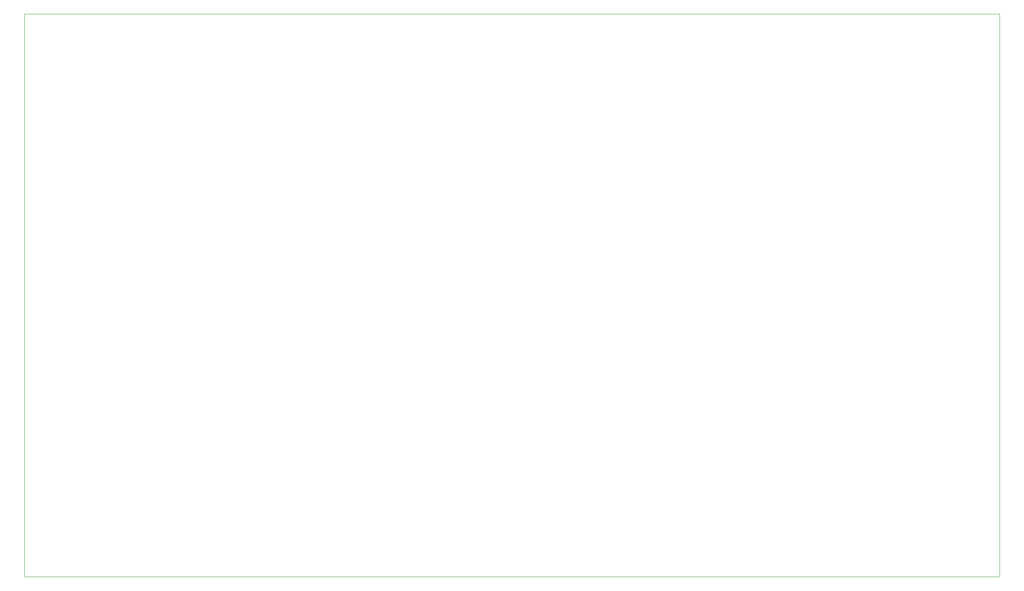
<source format=gbr>
%TF.GenerationSoftware,KiCad,Pcbnew,(6.0.7)*%
%TF.CreationDate,2022-08-12T11:14:58-05:00*%
%TF.ProjectId,SAQ-Readout,5341512d-5265-4616-946f-75742e6b6963,rev?*%
%TF.SameCoordinates,Original*%
%TF.FileFunction,Profile,NP*%
%FSLAX46Y46*%
G04 Gerber Fmt 4.6, Leading zero omitted, Abs format (unit mm)*
G04 Created by KiCad (PCBNEW (6.0.7)) date 2022-08-12 11:14:58*
%MOMM*%
%LPD*%
G01*
G04 APERTURE LIST*
%TA.AperFunction,Profile*%
%ADD10C,0.050000*%
%TD*%
G04 APERTURE END LIST*
D10*
X36830000Y-25400000D02*
X256540000Y-25400000D01*
X256540000Y-25400000D02*
X256540000Y-152400000D01*
X256540000Y-152400000D02*
X36830000Y-152400000D01*
X36830000Y-152400000D02*
X36830000Y-25400000D01*
M02*

</source>
